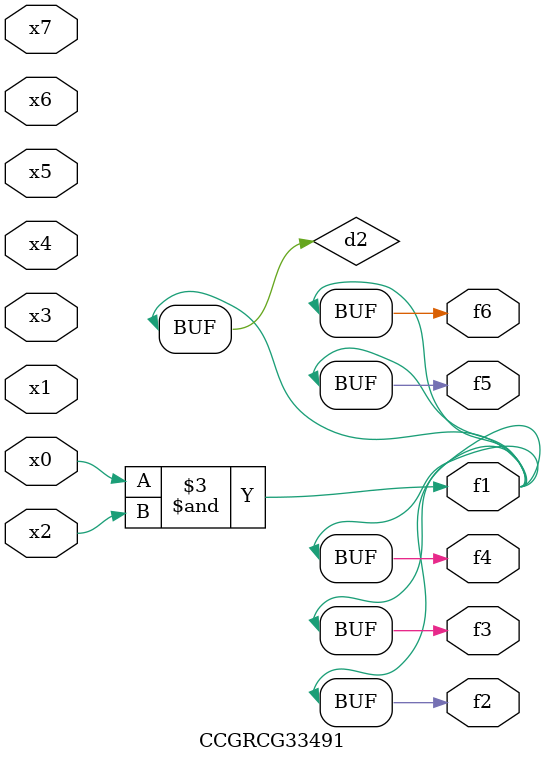
<source format=v>
module CCGRCG33491(
	input x0, x1, x2, x3, x4, x5, x6, x7,
	output f1, f2, f3, f4, f5, f6
);

	wire d1, d2;

	nor (d1, x3, x6);
	and (d2, x0, x2);
	assign f1 = d2;
	assign f2 = d2;
	assign f3 = d2;
	assign f4 = d2;
	assign f5 = d2;
	assign f6 = d2;
endmodule

</source>
